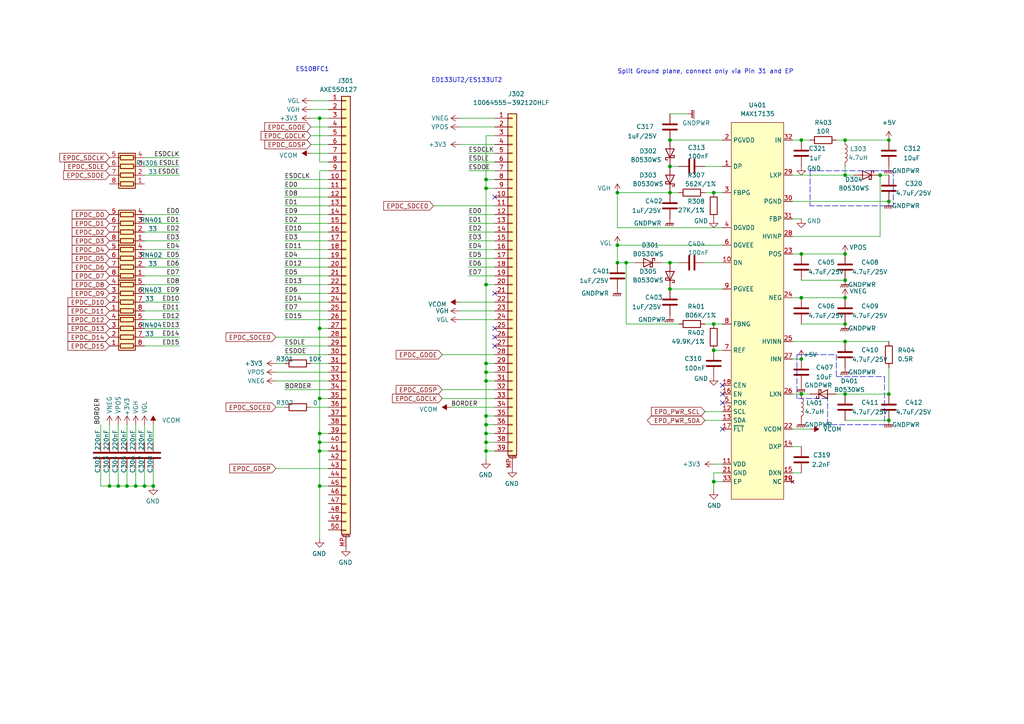
<source format=kicad_sch>
(kicad_sch (version 20210621) (generator eeschema)
  (paper "A4")
  (lib_symbols
    (symbol "Connector_Generic_MountingPin:Conn_01x39_MountingPin" (pin_names (offset 1.016) hide)
      (property "Reference" "J" (at 0 50.8 0))
      (property "Value" "Conn_01x39_MountingPin" (at 1.27 -50.8 0))
      (symbol "Conn_01x39_MountingPin_1_1"
        (text "Mounting" (at 0 -49.911 0) (effects (font (size 0.381 0.381))))
        (pin passive line (at -5.08 48.26 0) (length 3.81) (name "Pin_1") (number "1"))
        (pin passive line (at -5.08 25.4 0) (length 3.81) (name "Pin_10") (number "10"))
        (pin passive line (at -5.08 22.86 0) (length 3.81) (name "Pin_11") (number "11"))
        (pin passive line (at -5.08 20.32 0) (length 3.81) (name "Pin_12") (number "12"))
        (pin passive line (at -5.08 17.78 0) (length 3.81) (name "Pin_13") (number "13"))
        (pin passive line (at -5.08 15.24 0) (length 3.81) (name "Pin_14") (number "14"))
        (pin passive line (at -5.08 12.7 0) (length 3.81) (name "Pin_15") (number "15"))
        (pin passive line (at -5.08 10.16 0) (length 3.81) (name "Pin_16") (number "16"))
        (pin passive line (at -5.08 7.62 0) (length 3.81) (name "Pin_17") (number "17"))
        (pin passive line (at -5.08 5.08 0) (length 3.81) (name "Pin_18") (number "18"))
        (pin passive line (at -5.08 2.54 0) (length 3.81) (name "Pin_19") (number "19"))
        (pin passive line (at -5.08 45.72 0) (length 3.81) (name "Pin_2") (number "2"))
        (pin passive line (at -5.08 0 0) (length 3.81) (name "Pin_20") (number "20"))
        (pin passive line (at -5.08 -2.54 0) (length 3.81) (name "Pin_21") (number "21"))
        (pin passive line (at -5.08 -5.08 0) (length 3.81) (name "Pin_22") (number "22"))
        (pin passive line (at -5.08 -7.62 0) (length 3.81) (name "Pin_23") (number "23"))
        (pin passive line (at -5.08 -10.16 0) (length 3.81) (name "Pin_24") (number "24"))
        (pin passive line (at -5.08 -12.7 0) (length 3.81) (name "Pin_25") (number "25"))
        (pin passive line (at -5.08 -15.24 0) (length 3.81) (name "Pin_26") (number "26"))
        (pin passive line (at -5.08 -17.78 0) (length 3.81) (name "Pin_27") (number "27"))
        (pin passive line (at -5.08 -20.32 0) (length 3.81) (name "Pin_28") (number "28"))
        (pin passive line (at -5.08 -22.86 0) (length 3.81) (name "Pin_29") (number "29"))
        (pin passive line (at -5.08 43.18 0) (length 3.81) (name "Pin_3") (number "3"))
        (pin passive line (at -5.08 -25.4 0) (length 3.81) (name "Pin_30") (number "30"))
        (pin passive line (at -5.08 -27.94 0) (length 3.81) (name "Pin_31") (number "31"))
        (pin passive line (at -5.08 -30.48 0) (length 3.81) (name "Pin_32") (number "32"))
        (pin passive line (at -5.08 -33.02 0) (length 3.81) (name "Pin_33") (number "33"))
        (pin passive line (at -5.08 -35.56 0) (length 3.81) (name "Pin_34") (number "34"))
        (pin passive line (at -5.08 -38.1 0) (length 3.81) (name "Pin_35") (number "35"))
        (pin passive line (at -5.08 -40.64 0) (length 3.81) (name "Pin_36") (number "36"))
        (pin passive line (at -5.08 -43.18 0) (length 3.81) (name "Pin_37") (number "37"))
        (pin passive line (at -5.08 -45.72 0) (length 3.81) (name "Pin_38") (number "38"))
        (pin passive line (at -5.08 -48.26 0) (length 3.81) (name "Pin_39") (number "39"))
        (pin passive line (at -5.08 40.64 0) (length 3.81) (name "Pin_4") (number "4"))
        (pin passive line (at -5.08 38.1 0) (length 3.81) (name "Pin_5") (number "5"))
        (pin passive line (at -5.08 35.56 0) (length 3.81) (name "Pin_6") (number "6"))
        (pin passive line (at -5.08 33.02 0) (length 3.81) (name "Pin_7") (number "7"))
        (pin passive line (at -5.08 30.48 0) (length 3.81) (name "Pin_8") (number "8"))
        (pin passive line (at -5.08 27.94 0) (length 3.81) (name "Pin_9") (number "9"))
        (pin passive line (at 0 -53.34 90) (length 3.048) (name "MountPin") (number "MP"))
      )
    )
    (symbol "Device:C" (pin_numbers hide) (pin_names (offset 0.254))
      (property "Reference" "C" (at 0.635 2.54 0))
      (property "Value" "C" (at 0.635 -2.54 0))
      (symbol "C_1_1"
        (pin passive line (at 0 3.81 270) (length 2.794) (name "~") (number "1"))
        (pin passive line (at 0 -3.81 90) (length 2.794) (name "~") (number "2"))
      )
    )
    (symbol "Device:D_Schottky" (pin_numbers hide) (pin_names (offset 1.016) hide)
      (property "Reference" "D" (at 0 2.54 0))
      (property "Value" "D_Schottky" (at 0 -2.54 0))
      (symbol "D_Schottky_1_1"
        (pin passive line (at -3.81 0 0) (length 2.54) (name "K") (number "1"))
        (pin passive line (at 3.81 0 180) (length 2.54) (name "A") (number "2"))
      )
    )
    (symbol "Device:L" (pin_numbers hide) (pin_names (offset 1.016) hide)
      (property "Reference" "L" (at -1.27 0 90))
      (property "Value" "L" (at 1.905 0 90))
      (symbol "L_1_1"
        (pin passive line (at 0 3.81 270) (length 1.27) (name "1") (number "1"))
        (pin passive line (at 0 -3.81 90) (length 1.27) (name "2") (number "2"))
      )
    )
    (symbol "Device:R" (pin_numbers hide) (pin_names (offset 0))
      (property "Reference" "R" (at 2.032 0 90))
      (property "Value" "R" (at 0 0 90))
      (symbol "R_1_1"
        (pin passive line (at 0 3.81 270) (length 1.27) (name "~") (number "1"))
        (pin passive line (at 0 -3.81 90) (length 1.27) (name "~") (number "2"))
      )
    )
    (symbol "Device:R_Pack04" (pin_names (offset 0) hide)
      (property "Reference" "RN" (at -7.62 0 90))
      (property "Value" "R_Pack04" (at 5.08 0 90))
      (symbol "R_Pack04_1_1"
        (pin passive line (at -5.08 -5.08 90) (length 2.54) (name "R1.1") (number "1"))
        (pin passive line (at -2.54 -5.08 90) (length 2.54) (name "R2.1") (number "2"))
        (pin passive line (at 0 -5.08 90) (length 2.54) (name "R3.1") (number "3"))
        (pin passive line (at 2.54 -5.08 90) (length 2.54) (name "R4.1") (number "4"))
        (pin passive line (at 2.54 5.08 270) (length 2.54) (name "R4.2") (number "5"))
        (pin passive line (at 0 5.08 270) (length 2.54) (name "R3.2") (number "6"))
        (pin passive line (at -2.54 5.08 270) (length 2.54) (name "R2.2") (number "7"))
        (pin passive line (at -5.08 5.08 270) (length 2.54) (name "R1.2") (number "8"))
      )
    )
    (symbol "power:+3V3" (power) (pin_names (offset 0))
      (property "Value" "+3V3" (at 0 3.556 0))
      (symbol "+3V3_1_1"
        (pin power_in line (at 0 0 90) (length 0) hide (name "+3V3") (number "1"))
      )
    )
    (symbol "power:+5V" (power) (pin_names (offset 0))
      (property "Value" "+5V" (at 0 3.556 0))
      (symbol "+5V_1_1"
        (pin power_in line (at 0 0 90) (length 0) hide (name "+5V") (number "1"))
      )
    )
    (symbol "power:GND" (power) (pin_names (offset 0))
      (property "Value" "GND" (at 0 -3.81 0))
      (symbol "GND_1_1"
        (pin power_in line (at 0 0 270) (length 0) hide (name "GND") (number "1"))
      )
    )
    (symbol "power:GNDPWR" (power) (pin_names (offset 0))
      (property "Value" "GNDPWR" (at 0 -3.302 0))
      (symbol "GNDPWR_1_1"
        (pin power_in line (at 0 0 270) (length 0) hide (name "GNDPWR") (number "1"))
      )
    )
    (symbol "power:VCOM" (power) (pin_names (offset 0))
      (property "Value" "VCOM" (at 0 3.81 0))
      (symbol "VCOM_1_1"
        (pin power_in line (at 0 0 90) (length 0) hide (name "VCOM") (number "1"))
      )
    )
    (symbol "symbols:Conn_01x50_MountingPin" (pin_names (offset 1.016) hide)
      (property "Reference" "J" (at 0 63.5 0))
      (property "Value" "Conn_01x50_MountingPin" (at 1.27 -66.04 0))
      (symbol "Conn_01x50_MountingPin_1_1"
        (text "Mounting" (at 0 -65.151 0) (effects (font (size 0.381 0.381))))
        (pin passive line (at -5.08 60.96 0) (length 3.81) (name "Pin_1") (number "1"))
        (pin passive line (at -5.08 38.1 0) (length 3.81) (name "Pin_10") (number "10"))
        (pin passive line (at -5.08 35.56 0) (length 3.81) (name "Pin_11") (number "11"))
        (pin passive line (at -5.08 33.02 0) (length 3.81) (name "Pin_12") (number "12"))
        (pin passive line (at -5.08 30.48 0) (length 3.81) (name "Pin_13") (number "13"))
        (pin passive line (at -5.08 27.94 0) (length 3.81) (name "Pin_14") (number "14"))
        (pin passive line (at -5.08 25.4 0) (length 3.81) (name "Pin_15") (number "15"))
        (pin passive line (at -5.08 22.86 0) (length 3.81) (name "Pin_16") (number "16"))
        (pin passive line (at -5.08 20.32 0) (length 3.81) (name "Pin_17") (number "17"))
        (pin passive line (at -5.08 17.78 0) (length 3.81) (name "Pin_18") (number "18"))
        (pin passive line (at -5.08 15.24 0) (length 3.81) (name "Pin_19") (number "19"))
        (pin passive line (at -5.08 58.42 0) (length 3.81) (name "Pin_2") (number "2"))
        (pin passive line (at -5.08 12.7 0) (length 3.81) (name "Pin_20") (number "20"))
        (pin passive line (at -5.08 10.16 0) (length 3.81) (name "Pin_21") (number "21"))
        (pin passive line (at -5.08 7.62 0) (length 3.81) (name "Pin_22") (number "22"))
        (pin passive line (at -5.08 5.08 0) (length 3.81) (name "Pin_23") (number "23"))
        (pin passive line (at -5.08 2.54 0) (length 3.81) (name "Pin_24") (number "24"))
        (pin passive line (at -5.08 0 0) (length 3.81) (name "Pin_25") (number "25"))
        (pin passive line (at -5.08 -2.54 0) (length 3.81) (name "Pin_26") (number "26"))
        (pin passive line (at -5.08 -5.08 0) (length 3.81) (name "Pin_27") (number "27"))
        (pin passive line (at -5.08 -7.62 0) (length 3.81) (name "Pin_28") (number "28"))
        (pin passive line (at -5.08 -10.16 0) (length 3.81) (name "Pin_29") (number "29"))
        (pin passive line (at -5.08 55.88 0) (length 3.81) (name "Pin_3") (number "3"))
        (pin passive line (at -5.08 -12.7 0) (length 3.81) (name "Pin_30") (number "30"))
        (pin passive line (at -5.08 -15.24 0) (length 3.81) (name "Pin_31") (number "31"))
        (pin passive line (at -5.08 -17.78 0) (length 3.81) (name "Pin_32") (number "32"))
        (pin passive line (at -5.08 -20.32 0) (length 3.81) (name "Pin_33") (number "33"))
        (pin passive line (at -5.08 -22.86 0) (length 3.81) (name "Pin_34") (number "34"))
        (pin passive line (at -5.08 -25.4 0) (length 3.81) (name "Pin_35") (number "35"))
        (pin passive line (at -5.08 -27.94 0) (length 3.81) (name "Pin_36") (number "36"))
        (pin passive line (at -5.08 -30.48 0) (length 3.81) (name "Pin_37") (number "37"))
        (pin passive line (at -5.08 -33.02 0) (length 3.81) (name "Pin_38") (number "38"))
        (pin passive line (at -5.08 -35.56 0) (length 3.81) (name "Pin_39") (number "39"))
        (pin passive line (at -5.08 53.34 0) (length 3.81) (name "Pin_4") (number "4"))
        (pin passive line (at -5.08 -38.1 0) (length 3.81) (name "Pin_40") (number "40"))
        (pin passive line (at -5.08 -40.64 0) (length 3.81) (name "Pin_41") (number "41"))
        (pin passive line (at -5.08 -43.18 0) (length 3.81) (name "Pin_42") (number "42"))
        (pin passive line (at -5.08 -45.72 0) (length 3.81) (name "Pin_43") (number "43"))
        (pin passive line (at -5.08 -48.26 0) (length 3.81) (name "Pin_44") (number "44"))
        (pin passive line (at -5.08 -50.8 0) (length 3.81) (name "Pin_45") (number "45"))
        (pin passive line (at -5.08 -53.34 0) (length 3.81) (name "Pin_46") (number "46"))
        (pin passive line (at -5.08 -55.88 0) (length 3.81) (name "Pin_47") (number "47"))
        (pin passive line (at -5.08 -58.42 0) (length 3.81) (name "Pin_48") (number "48"))
        (pin passive line (at -5.08 -60.96 0) (length 3.81) (name "Pin_49") (number "49"))
        (pin passive line (at -5.08 50.8 0) (length 3.81) (name "Pin_5") (number "5"))
        (pin passive line (at -5.08 -63.5 0) (length 3.81) (name "Pin_50") (number "50"))
        (pin passive line (at -5.08 48.26 0) (length 3.81) (name "Pin_6") (number "6"))
        (pin passive line (at -5.08 45.72 0) (length 3.81) (name "Pin_7") (number "7"))
        (pin passive line (at -5.08 43.18 0) (length 3.81) (name "Pin_8") (number "8"))
        (pin passive line (at -5.08 40.64 0) (length 3.81) (name "Pin_9") (number "9"))
        (pin passive line (at 0 -68.58 90) (length 3.048) (name "MountPin") (number "MP"))
      )
    )
    (symbol "symbols:MAX17135"
      (property "Reference" "U" (at 0 0 0))
      (property "Value" "MAX17135" (at 0 -2.54 0))
      (symbol "MAX17135_1_1"
        (pin input line (at -10.16 -17.78 0) (length 2.54) (name "DP") (number "1"))
        (pin input line (at -10.16 -45.72 0) (length 2.54) (name "DN") (number "10"))
        (pin input line (at -10.16 -104.14 0) (length 2.54) (name "VDD") (number "11"))
        (pin input line (at -10.16 -88.9 0) (length 2.54) (name "SCL") (number "12"))
        (pin input line (at -10.16 -91.44 0) (length 2.54) (name "SDA") (number "13"))
        (pin input line (at 10.16 -99.06 180) (length 2.54) (name "DXP") (number "14"))
        (pin input line (at 10.16 -106.68 180) (length 2.54) (name "DXN") (number "15"))
        (pin input line (at -10.16 -83.82 0) (length 2.54) (name "EN") (number "16"))
        (pin input line (at -10.16 -93.98 0) (length 2.54) (name "~{FLT}") (number "17"))
        (pin input line (at -10.16 -81.28 0) (length 2.54) (name "CEN") (number "18"))
        (pin no_connect line (at 10.16 -109.22 180) (length 2.54) (name "NC") (number "19"))
        (pin input line (at -10.16 -10.16 0) (length 2.54) (name "PGVDD") (number "2"))
        (pin no_connect line (at 10.16 -109.22 180) (length 2.54) (name "NC") (number "20"))
        (pin input line (at -10.16 -106.68 0) (length 2.54) (name "GND") (number "21"))
        (pin input line (at 10.16 -93.98 180) (length 2.54) (name "VCOM") (number "22"))
        (pin input line (at 10.16 -43.18 180) (length 2.54) (name "POS") (number "23"))
        (pin input line (at 10.16 -55.88 180) (length 2.54) (name "NEG") (number "24"))
        (pin input line (at 10.16 -68.58 180) (length 2.54) (name "HVINN") (number "25"))
        (pin input line (at 10.16 -83.82 180) (length 2.54) (name "LXN") (number "26"))
        (pin input line (at 10.16 -73.66 180) (length 2.54) (name "INN") (number "27"))
        (pin input line (at 10.16 -38.1 180) (length 2.54) (name "HVINP") (number "28"))
        (pin input line (at 10.16 -20.32 180) (length 2.54) (name "LXP") (number "29"))
        (pin input line (at -10.16 -25.4 0) (length 2.54) (name "FBPG") (number "3"))
        (pin input line (at 10.16 -27.94 180) (length 2.54) (name "PGND") (number "30"))
        (pin input line (at 10.16 -33.02 180) (length 2.54) (name "FBP") (number "31"))
        (pin input line (at 10.16 -10.16 180) (length 2.54) (name "IN") (number "32"))
        (pin input line (at -10.16 -109.22 0) (length 2.54) (name "EP") (number "33"))
        (pin input line (at -10.16 -35.56 0) (length 2.54) (name "DGVDD") (number "4"))
        (pin input line (at -10.16 -86.36 0) (length 2.54) (name "POK") (number "5"))
        (pin input line (at -10.16 -40.64 0) (length 2.54) (name "DGVEE") (number "6"))
        (pin input line (at -10.16 -71.12 0) (length 2.54) (name "REF") (number "7"))
        (pin input line (at -10.16 -63.5 0) (length 2.54) (name "FBNG") (number "8"))
        (pin input line (at -10.16 -53.34 0) (length 2.54) (name "PGVEE") (number "9"))
      )
    )
    (symbol "symbols:VGH" (power) (pin_names (offset 0))
      (property "Value" "VGH" (at 0 3.556 0))
      (symbol "VGH_1_1"
        (pin power_in line (at 0 0 90) (length 0) hide (name "VGH") (number "1"))
      )
    )
    (symbol "symbols:VGL" (power) (pin_names (offset 0))
      (property "Value" "VGL" (at 0 3.556 0))
      (symbol "VGL_1_1"
        (pin power_in line (at 0 0 90) (length 0) hide (name "VGL") (number "1"))
      )
    )
    (symbol "symbols:VNEG" (power) (pin_names (offset 0))
      (property "Value" "VNEG" (at 0 3.556 0))
      (symbol "VNEG_1_1"
        (pin power_in line (at 0 0 90) (length 0) hide (name "VNEG") (number "1"))
      )
    )
    (symbol "symbols:VPOS" (power) (pin_names (offset 0))
      (property "Value" "VPOS" (at 0 3.556 0))
      (symbol "VPOS_1_1"
        (pin power_in line (at 0 0 90) (length 0) hide (name "VPOS") (number "1"))
      )
    )
  )
  (junction (at 31.75 140.97) (diameter 0.9144))
  (junction (at 34.29 140.97) (diameter 0.9144))
  (junction (at 36.83 140.97) (diameter 0.9144))
  (junction (at 39.37 140.97) (diameter 0.9144))
  (junction (at 41.91 140.97) (diameter 0.9144))
  (junction (at 44.45 140.97) (diameter 0.9144))
  (junction (at 92.71 34.29))
  (junction (at 92.71 95.25))
  (junction (at 92.71 115.57))
  (junction (at 92.71 125.73))
  (junction (at 92.71 128.27))
  (junction (at 92.71 130.81))
  (junction (at 92.71 140.97))
  (junction (at 140.97 52.07))
  (junction (at 140.97 54.61))
  (junction (at 140.97 82.55))
  (junction (at 140.97 105.41))
  (junction (at 140.97 107.95))
  (junction (at 140.97 110.49))
  (junction (at 140.97 120.65))
  (junction (at 140.97 123.19))
  (junction (at 140.97 125.73))
  (junction (at 140.97 128.27))
  (junction (at 140.97 130.81))
  (junction (at 179.07 55.88))
  (junction (at 179.07 71.12))
  (junction (at 179.07 76.2))
  (junction (at 181.61 76.2))
  (junction (at 194.31 40.64))
  (junction (at 194.31 48.26))
  (junction (at 194.31 55.88))
  (junction (at 194.31 76.2))
  (junction (at 194.31 83.82))
  (junction (at 207.01 55.88))
  (junction (at 207.01 93.98))
  (junction (at 207.01 101.6))
  (junction (at 207.01 139.7))
  (junction (at 232.41 40.64))
  (junction (at 232.41 73.66))
  (junction (at 232.41 86.36))
  (junction (at 232.41 104.14))
  (junction (at 232.41 114.3))
  (junction (at 245.11 40.64))
  (junction (at 245.11 50.8))
  (junction (at 245.11 73.66))
  (junction (at 245.11 81.28))
  (junction (at 245.11 86.36))
  (junction (at 245.11 93.98))
  (junction (at 245.11 99.06))
  (junction (at 245.11 114.3))
  (junction (at 255.27 50.8))
  (junction (at 257.81 40.64))
  (junction (at 257.81 58.42))
  (junction (at 257.81 114.3))
  (junction (at 257.81 121.92))
  (no_connect (at 143.51 57.15))
  (no_connect (at 143.51 85.09))
  (no_connect (at 143.51 95.25))
  (no_connect (at 143.51 97.79))
  (no_connect (at 143.51 100.33))
  (no_connect (at 209.55 111.76))
  (no_connect (at 209.55 114.3))
  (no_connect (at 209.55 116.84))
  (no_connect (at 209.55 124.46))
  (wire (pts (xy 29.21 123.19) (xy 29.21 128.27)))
  (wire (pts (xy 29.21 135.89) (xy 29.21 140.97)))
  (wire (pts (xy 29.21 140.97) (xy 31.75 140.97)))
  (wire (pts (xy 31.75 123.19) (xy 31.75 128.27)))
  (wire (pts (xy 31.75 135.89) (xy 31.75 140.97)))
  (wire (pts (xy 31.75 140.97) (xy 34.29 140.97)))
  (wire (pts (xy 34.29 123.19) (xy 34.29 128.27)))
  (wire (pts (xy 34.29 135.89) (xy 34.29 140.97)))
  (wire (pts (xy 34.29 140.97) (xy 36.83 140.97)))
  (wire (pts (xy 36.83 123.19) (xy 36.83 128.27)))
  (wire (pts (xy 36.83 135.89) (xy 36.83 140.97)))
  (wire (pts (xy 36.83 140.97) (xy 39.37 140.97)))
  (wire (pts (xy 39.37 123.19) (xy 39.37 128.27)))
  (wire (pts (xy 39.37 135.89) (xy 39.37 140.97)))
  (wire (pts (xy 39.37 140.97) (xy 41.91 140.97)))
  (wire (pts (xy 41.91 45.72) (xy 52.07 45.72)))
  (wire (pts (xy 41.91 48.26) (xy 52.07 48.26)))
  (wire (pts (xy 41.91 50.8) (xy 52.07 50.8)))
  (wire (pts (xy 41.91 62.23) (xy 52.07 62.23)))
  (wire (pts (xy 41.91 64.77) (xy 52.07 64.77)))
  (wire (pts (xy 41.91 67.31) (xy 52.07 67.31)))
  (wire (pts (xy 41.91 69.85) (xy 52.07 69.85)))
  (wire (pts (xy 41.91 72.39) (xy 52.07 72.39)))
  (wire (pts (xy 41.91 74.93) (xy 52.07 74.93)))
  (wire (pts (xy 41.91 77.47) (xy 52.07 77.47)))
  (wire (pts (xy 41.91 80.01) (xy 52.07 80.01)))
  (wire (pts (xy 41.91 82.55) (xy 52.07 82.55)))
  (wire (pts (xy 41.91 85.09) (xy 52.07 85.09)))
  (wire (pts (xy 41.91 87.63) (xy 52.07 87.63)))
  (wire (pts (xy 41.91 90.17) (xy 52.07 90.17)))
  (wire (pts (xy 41.91 92.71) (xy 52.07 92.71)))
  (wire (pts (xy 41.91 95.25) (xy 52.07 95.25)))
  (wire (pts (xy 41.91 97.79) (xy 52.07 97.79)))
  (wire (pts (xy 41.91 100.33) (xy 52.07 100.33)))
  (wire (pts (xy 41.91 123.19) (xy 41.91 128.27)))
  (wire (pts (xy 41.91 135.89) (xy 41.91 140.97)))
  (wire (pts (xy 41.91 140.97) (xy 44.45 140.97)))
  (wire (pts (xy 44.45 123.19) (xy 44.45 128.27)))
  (wire (pts (xy 44.45 135.89) (xy 44.45 140.97)))
  (wire (pts (xy 80.01 97.79) (xy 95.25 97.79)))
  (wire (pts (xy 80.01 105.41) (xy 82.55 105.41)))
  (wire (pts (xy 80.01 107.95) (xy 95.25 107.95)))
  (wire (pts (xy 80.01 110.49) (xy 95.25 110.49)))
  (wire (pts (xy 80.01 118.11) (xy 82.55 118.11)))
  (wire (pts (xy 80.01 135.89) (xy 95.25 135.89)))
  (wire (pts (xy 82.55 52.07) (xy 95.25 52.07)))
  (wire (pts (xy 82.55 54.61) (xy 95.25 54.61)))
  (wire (pts (xy 82.55 57.15) (xy 95.25 57.15)))
  (wire (pts (xy 82.55 59.69) (xy 95.25 59.69)))
  (wire (pts (xy 82.55 62.23) (xy 95.25 62.23)))
  (wire (pts (xy 82.55 64.77) (xy 95.25 64.77)))
  (wire (pts (xy 82.55 67.31) (xy 95.25 67.31)))
  (wire (pts (xy 82.55 69.85) (xy 95.25 69.85)))
  (wire (pts (xy 82.55 72.39) (xy 95.25 72.39)))
  (wire (pts (xy 82.55 74.93) (xy 95.25 74.93)))
  (wire (pts (xy 82.55 77.47) (xy 95.25 77.47)))
  (wire (pts (xy 82.55 80.01) (xy 95.25 80.01)))
  (wire (pts (xy 82.55 82.55) (xy 95.25 82.55)))
  (wire (pts (xy 82.55 85.09) (xy 95.25 85.09)))
  (wire (pts (xy 82.55 87.63) (xy 95.25 87.63)))
  (wire (pts (xy 82.55 90.17) (xy 95.25 90.17)))
  (wire (pts (xy 82.55 92.71) (xy 95.25 92.71)))
  (wire (pts (xy 82.55 100.33) (xy 95.25 100.33)))
  (wire (pts (xy 82.55 102.87) (xy 95.25 102.87)))
  (wire (pts (xy 82.55 113.03) (xy 95.25 113.03)))
  (wire (pts (xy 90.17 29.21) (xy 95.25 29.21)))
  (wire (pts (xy 90.17 31.75) (xy 95.25 31.75)))
  (wire (pts (xy 90.17 34.29) (xy 92.71 34.29)))
  (wire (pts (xy 90.17 36.83) (xy 95.25 36.83)))
  (wire (pts (xy 90.17 39.37) (xy 95.25 39.37)))
  (wire (pts (xy 90.17 41.91) (xy 95.25 41.91)))
  (wire (pts (xy 90.17 44.45) (xy 95.25 44.45)))
  (wire (pts (xy 90.17 105.41) (xy 95.25 105.41)))
  (wire (pts (xy 90.17 118.11) (xy 95.25 118.11)))
  (wire (pts (xy 92.71 34.29) (xy 95.25 34.29)))
  (wire (pts (xy 92.71 46.99) (xy 92.71 34.29)))
  (wire (pts (xy 92.71 49.53) (xy 92.71 95.25)))
  (wire (pts (xy 92.71 95.25) (xy 92.71 115.57)))
  (wire (pts (xy 92.71 95.25) (xy 95.25 95.25)))
  (wire (pts (xy 92.71 115.57) (xy 92.71 125.73)))
  (wire (pts (xy 92.71 115.57) (xy 95.25 115.57)))
  (wire (pts (xy 92.71 125.73) (xy 92.71 128.27)))
  (wire (pts (xy 92.71 125.73) (xy 95.25 125.73)))
  (wire (pts (xy 92.71 128.27) (xy 92.71 130.81)))
  (wire (pts (xy 92.71 128.27) (xy 95.25 128.27)))
  (wire (pts (xy 92.71 130.81) (xy 92.71 140.97)))
  (wire (pts (xy 92.71 140.97) (xy 92.71 156.21)))
  (wire (pts (xy 92.71 140.97) (xy 95.25 140.97)))
  (wire (pts (xy 95.25 46.99) (xy 92.71 46.99)))
  (wire (pts (xy 95.25 49.53) (xy 92.71 49.53)))
  (wire (pts (xy 95.25 130.81) (xy 92.71 130.81)))
  (wire (pts (xy 125.73 59.69) (xy 143.51 59.69)))
  (wire (pts (xy 128.27 102.87) (xy 143.51 102.87)))
  (wire (pts (xy 128.27 113.03) (xy 143.51 113.03)))
  (wire (pts (xy 128.27 115.57) (xy 143.51 115.57)))
  (wire (pts (xy 130.81 118.11) (xy 143.51 118.11)))
  (wire (pts (xy 133.35 34.29) (xy 143.51 34.29)))
  (wire (pts (xy 133.35 36.83) (xy 143.51 36.83)))
  (wire (pts (xy 133.35 41.91) (xy 143.51 41.91)))
  (wire (pts (xy 133.35 87.63) (xy 143.51 87.63)))
  (wire (pts (xy 133.35 90.17) (xy 143.51 90.17)))
  (wire (pts (xy 133.35 92.71) (xy 143.51 92.71)))
  (wire (pts (xy 135.89 44.45) (xy 143.51 44.45)))
  (wire (pts (xy 135.89 46.99) (xy 143.51 46.99)))
  (wire (pts (xy 135.89 49.53) (xy 143.51 49.53)))
  (wire (pts (xy 135.89 62.23) (xy 143.51 62.23)))
  (wire (pts (xy 135.89 64.77) (xy 143.51 64.77)))
  (wire (pts (xy 135.89 67.31) (xy 143.51 67.31)))
  (wire (pts (xy 135.89 69.85) (xy 143.51 69.85)))
  (wire (pts (xy 135.89 72.39) (xy 143.51 72.39)))
  (wire (pts (xy 135.89 74.93) (xy 143.51 74.93)))
  (wire (pts (xy 135.89 77.47) (xy 143.51 77.47)))
  (wire (pts (xy 135.89 80.01) (xy 143.51 80.01)))
  (wire (pts (xy 140.97 39.37) (xy 140.97 52.07)))
  (wire (pts (xy 140.97 52.07) (xy 140.97 54.61)))
  (wire (pts (xy 140.97 52.07) (xy 143.51 52.07)))
  (wire (pts (xy 140.97 54.61) (xy 140.97 82.55)))
  (wire (pts (xy 140.97 54.61) (xy 143.51 54.61)))
  (wire (pts (xy 140.97 82.55) (xy 140.97 105.41)))
  (wire (pts (xy 140.97 82.55) (xy 143.51 82.55)))
  (wire (pts (xy 140.97 105.41) (xy 140.97 107.95)))
  (wire (pts (xy 140.97 105.41) (xy 143.51 105.41)))
  (wire (pts (xy 140.97 107.95) (xy 140.97 110.49)))
  (wire (pts (xy 140.97 107.95) (xy 143.51 107.95)))
  (wire (pts (xy 140.97 110.49) (xy 140.97 120.65)))
  (wire (pts (xy 140.97 110.49) (xy 143.51 110.49)))
  (wire (pts (xy 140.97 120.65) (xy 140.97 123.19)))
  (wire (pts (xy 140.97 120.65) (xy 143.51 120.65)))
  (wire (pts (xy 140.97 123.19) (xy 140.97 125.73)))
  (wire (pts (xy 140.97 123.19) (xy 143.51 123.19)))
  (wire (pts (xy 140.97 125.73) (xy 140.97 128.27)))
  (wire (pts (xy 140.97 125.73) (xy 143.51 125.73)))
  (wire (pts (xy 140.97 128.27) (xy 140.97 130.81)))
  (wire (pts (xy 140.97 128.27) (xy 143.51 128.27)))
  (wire (pts (xy 140.97 130.81) (xy 140.97 133.35)))
  (wire (pts (xy 140.97 130.81) (xy 143.51 130.81)))
  (wire (pts (xy 143.51 39.37) (xy 140.97 39.37)))
  (wire (pts (xy 179.07 55.88) (xy 194.31 55.88)))
  (wire (pts (xy 179.07 66.04) (xy 179.07 55.88)))
  (wire (pts (xy 179.07 71.12) (xy 209.55 71.12)))
  (wire (pts (xy 179.07 76.2) (xy 179.07 71.12)))
  (wire (pts (xy 181.61 76.2) (xy 179.07 76.2)))
  (wire (pts (xy 181.61 93.98) (xy 181.61 76.2)))
  (wire (pts (xy 184.15 76.2) (xy 181.61 76.2)))
  (wire (pts (xy 191.77 76.2) (xy 194.31 76.2)))
  (wire (pts (xy 194.31 33.02) (xy 199.39 33.02)))
  (wire (pts (xy 194.31 40.64) (xy 209.55 40.64)))
  (wire (pts (xy 194.31 48.26) (xy 196.85 48.26)))
  (wire (pts (xy 194.31 55.88) (xy 196.85 55.88)))
  (wire (pts (xy 194.31 76.2) (xy 196.85 76.2)))
  (wire (pts (xy 194.31 83.82) (xy 209.55 83.82)))
  (wire (pts (xy 196.85 93.98) (xy 181.61 93.98)))
  (wire (pts (xy 204.47 48.26) (xy 209.55 48.26)))
  (wire (pts (xy 204.47 55.88) (xy 207.01 55.88)))
  (wire (pts (xy 204.47 76.2) (xy 209.55 76.2)))
  (wire (pts (xy 204.47 93.98) (xy 207.01 93.98)))
  (wire (pts (xy 204.47 119.38) (xy 209.55 119.38)))
  (wire (pts (xy 204.47 121.92) (xy 209.55 121.92)))
  (wire (pts (xy 207.01 55.88) (xy 209.55 55.88)))
  (wire (pts (xy 207.01 93.98) (xy 209.55 93.98)))
  (wire (pts (xy 207.01 101.6) (xy 209.55 101.6)))
  (wire (pts (xy 207.01 134.62) (xy 209.55 134.62)))
  (wire (pts (xy 207.01 137.16) (xy 207.01 139.7)))
  (wire (pts (xy 207.01 139.7) (xy 207.01 142.24)))
  (wire (pts (xy 207.01 139.7) (xy 209.55 139.7)))
  (wire (pts (xy 209.55 66.04) (xy 179.07 66.04)))
  (wire (pts (xy 209.55 137.16) (xy 207.01 137.16)))
  (wire (pts (xy 229.87 40.64) (xy 232.41 40.64)))
  (wire (pts (xy 229.87 50.8) (xy 245.11 50.8)))
  (wire (pts (xy 229.87 58.42) (xy 257.81 58.42)))
  (wire (pts (xy 229.87 63.5) (xy 232.41 63.5)))
  (wire (pts (xy 229.87 73.66) (xy 232.41 73.66)))
  (wire (pts (xy 229.87 86.36) (xy 232.41 86.36)))
  (wire (pts (xy 229.87 99.06) (xy 245.11 99.06)))
  (wire (pts (xy 229.87 104.14) (xy 232.41 104.14)))
  (wire (pts (xy 229.87 114.3) (xy 232.41 114.3)))
  (wire (pts (xy 229.87 124.46) (xy 234.95 124.46)))
  (wire (pts (xy 229.87 129.54) (xy 232.41 129.54)))
  (wire (pts (xy 229.87 137.16) (xy 232.41 137.16)))
  (wire (pts (xy 232.41 40.64) (xy 234.95 40.64)))
  (wire (pts (xy 232.41 73.66) (xy 245.11 73.66)))
  (wire (pts (xy 232.41 81.28) (xy 245.11 81.28)))
  (wire (pts (xy 232.41 86.36) (xy 245.11 86.36)))
  (wire (pts (xy 232.41 93.98) (xy 245.11 93.98)))
  (wire (pts (xy 232.41 114.3) (xy 234.95 114.3)))
  (wire (pts (xy 242.57 40.64) (xy 245.11 40.64)))
  (wire (pts (xy 242.57 114.3) (xy 245.11 114.3)))
  (wire (pts (xy 245.11 40.64) (xy 257.81 40.64)))
  (wire (pts (xy 245.11 50.8) (xy 245.11 48.26)))
  (wire (pts (xy 245.11 50.8) (xy 247.65 50.8)))
  (wire (pts (xy 245.11 99.06) (xy 257.81 99.06)))
  (wire (pts (xy 245.11 114.3) (xy 257.81 114.3)))
  (wire (pts (xy 245.11 121.92) (xy 257.81 121.92)))
  (wire (pts (xy 255.27 50.8) (xy 255.27 68.58)))
  (wire (pts (xy 255.27 50.8) (xy 257.81 50.8)))
  (wire (pts (xy 255.27 68.58) (xy 229.87 68.58)))
  (wire (pts (xy 257.81 106.68) (xy 257.81 114.3)))
  (polyline (pts (xy 231.14 102.87) (xy 231.14 115.57)))
  (polyline (pts (xy 231.14 102.87) (xy 242.57 102.87)))
  (polyline (pts (xy 234.95 49.53) (xy 234.95 59.69)))
  (polyline (pts (xy 234.95 49.53) (xy 259.08 49.53)))
  (polyline (pts (xy 240.03 115.57) (xy 231.14 115.57)))
  (polyline (pts (xy 240.03 123.19) (xy 240.03 115.57)))
  (polyline (pts (xy 242.57 102.87) (xy 242.57 109.22)))
  (polyline (pts (xy 242.57 109.22) (xy 256.54 109.22)))
  (polyline (pts (xy 256.54 109.22) (xy 256.54 123.19)))
  (polyline (pts (xy 256.54 123.19) (xy 240.03 123.19)))
  (polyline (pts (xy 259.08 49.53) (xy 259.08 59.69)))
  (polyline (pts (xy 259.08 59.69) (xy 234.95 59.69)))
  (text "ES108FC1" (at 85.725 20.955 0) (effects (font (size 1.27 1.27)) (justify left bottom)))
  (text "ED133UT2/ES133UT2" (at 125.095 24.13 0) (effects (font (size 1.27 1.27)) (justify left bottom)))
  (text "Split Ground plane, connect only via Pin 31 and EP" (at 179.07 21.59 0) (effects (font (size 1.27 1.27)) (justify left bottom)))
  (label "BORDER" (at 29.21 123.19 90))
  (label "ESDCLK" (at 52.07 45.72 180))
  (label "ESDLE" (at 52.07 48.26 180))
  (label "ESDOE" (at 52.07 50.8 180))
  (label "ED0" (at 52.07 62.23 180))
  (label "ED1" (at 52.07 64.77 180))
  (label "ED2" (at 52.07 67.31 180))
  (label "ED3" (at 52.07 69.85 180))
  (label "ED4" (at 52.07 72.39 180))
  (label "ED5" (at 52.07 74.93 180))
  (label "ED6" (at 52.07 77.47 180))
  (label "ED7" (at 52.07 80.01 180))
  (label "ED8" (at 52.07 82.55 180))
  (label "ED9" (at 52.07 85.09 180))
  (label "ED10" (at 52.07 87.63 180))
  (label "ED11" (at 52.07 90.17 180))
  (label "ED12" (at 52.07 92.71 180))
  (label "ED13" (at 52.07 95.25 180))
  (label "ED14" (at 52.07 97.79 180))
  (label "ED15" (at 52.07 100.33 180))
  (label "ESDCLK" (at 82.55 52.07 0))
  (label "ED0" (at 82.55 54.61 0))
  (label "ED8" (at 82.55 57.15 0))
  (label "ED1" (at 82.55 59.69 0))
  (label "ED9" (at 82.55 62.23 0))
  (label "ED2" (at 82.55 64.77 0))
  (label "ED10" (at 82.55 67.31 0))
  (label "ED3" (at 82.55 69.85 0))
  (label "ED11" (at 82.55 72.39 0))
  (label "ED4" (at 82.55 74.93 0))
  (label "ED12" (at 82.55 77.47 0))
  (label "ED5" (at 82.55 80.01 0))
  (label "ED13" (at 82.55 82.55 0))
  (label "ED6" (at 82.55 85.09 0))
  (label "ED14" (at 82.55 87.63 0))
  (label "ED7" (at 82.55 90.17 0))
  (label "ED15" (at 82.55 92.71 0))
  (label "ESDLE" (at 82.55 100.33 0))
  (label "ESDOE" (at 82.55 102.87 0))
  (label "BORDER" (at 82.55 113.03 0))
  (label "BORDER" (at 130.81 118.11 0))
  (label "ESDCLK" (at 135.89 44.45 0))
  (label "ESDLE" (at 135.89 46.99 0))
  (label "ESDOE" (at 135.89 49.53 0))
  (label "ED0" (at 135.89 62.23 0))
  (label "ED1" (at 135.89 64.77 0))
  (label "ED2" (at 135.89 67.31 0))
  (label "ED3" (at 135.89 69.85 0))
  (label "ED4" (at 135.89 72.39 0))
  (label "ED5" (at 135.89 74.93 0))
  (label "ED6" (at 135.89 77.47 0))
  (label "ED7" (at 135.89 80.01 0))
  (global_label "EPDC_SDCLK" (shape input) (at 31.75 45.72 180) (property "Intersheet References" "${INTERSHEET_REFS}" (effects hide)))
  (global_label "EPDC_SDLE" (shape input) (at 31.75 48.26 180) (property "Intersheet References" "${INTERSHEET_REFS}" (effects hide)))
  (global_label "EPDC_SDOE" (shape input) (at 31.75 50.8 180) (property "Intersheet References" "${INTERSHEET_REFS}" (effects hide)))
  (global_label "EPDC_D0" (shape input) (at 31.75 62.23 180) (property "Intersheet References" "${INTERSHEET_REFS}" (effects hide)))
  (global_label "EPDC_D1" (shape input) (at 31.75 64.77 180) (property "Intersheet References" "${INTERSHEET_REFS}" (effects hide)))
  (global_label "EPDC_D2" (shape input) (at 31.75 67.31 180) (property "Intersheet References" "${INTERSHEET_REFS}" (effects hide)))
  (global_label "EPDC_D3" (shape input) (at 31.75 69.85 180) (property "Intersheet References" "${INTERSHEET_REFS}" (effects hide)))
  (global_label "EPDC_D4" (shape input) (at 31.75 72.39 180) (property "Intersheet References" "${INTERSHEET_REFS}" (effects hide)))
  (global_label "EPDC_D5" (shape input) (at 31.75 74.93 180) (property "Intersheet References" "${INTERSHEET_REFS}" (effects hide)))
  (global_label "EPDC_D6" (shape input) (at 31.75 77.47 180) (property "Intersheet References" "${INTERSHEET_REFS}" (effects hide)))
  (global_label "EPDC_D7" (shape input) (at 31.75 80.01 180) (property "Intersheet References" "${INTERSHEET_REFS}" (effects hide)))
  (global_label "EPDC_D8" (shape input) (at 31.75 82.55 180) (property "Intersheet References" "${INTERSHEET_REFS}" (effects hide)))
  (global_label "EPDC_D9" (shape input) (at 31.75 85.09 180) (property "Intersheet References" "${INTERSHEET_REFS}" (effects hide)))
  (global_label "EPDC_D10" (shape input) (at 31.75 87.63 180) (property "Intersheet References" "${INTERSHEET_REFS}" (effects hide)))
  (global_label "EPDC_D11" (shape input) (at 31.75 90.17 180) (property "Intersheet References" "${INTERSHEET_REFS}" (effects hide)))
  (global_label "EPDC_D12" (shape input) (at 31.75 92.71 180) (property "Intersheet References" "${INTERSHEET_REFS}" (effects hide)))
  (global_label "EPDC_D13" (shape input) (at 31.75 95.25 180) (property "Intersheet References" "${INTERSHEET_REFS}" (effects hide)))
  (global_label "EPDC_D14" (shape input) (at 31.75 97.79 180) (property "Intersheet References" "${INTERSHEET_REFS}" (effects hide)))
  (global_label "EPDC_D15" (shape input) (at 31.75 100.33 180) (property "Intersheet References" "${INTERSHEET_REFS}" (effects hide)))
  (global_label "EPDC_SDCE0" (shape input) (at 80.01 97.79 180) (property "Intersheet References" "${INTERSHEET_REFS}" (effects hide)))
  (global_label "EPDC_SDCE0" (shape input) (at 80.01 118.11 180) (property "Intersheet References" "${INTERSHEET_REFS}" (effects hide)))
  (global_label "EPDC_GDSP" (shape input) (at 80.01 135.89 180) (property "Intersheet References" "${INTERSHEET_REFS}" (effects hide)))
  (global_label "EPDC_GDOE" (shape input) (at 90.17 36.83 180) (property "Intersheet References" "${INTERSHEET_REFS}" (effects hide)))
  (global_label "EPDC_GDCLK" (shape input) (at 90.17 39.37 180) (property "Intersheet References" "${INTERSHEET_REFS}" (effects hide)))
  (global_label "EPDC_GDSP" (shape input) (at 90.17 41.91 180) (property "Intersheet References" "${INTERSHEET_REFS}" (effects hide)))
  (global_label "EPDC_SDCE0" (shape input) (at 125.73 59.69 180) (property "Intersheet References" "${INTERSHEET_REFS}" (effects hide)))
  (global_label "EPDC_GDOE" (shape input) (at 128.27 102.87 180) (property "Intersheet References" "${INTERSHEET_REFS}" (effects hide)))
  (global_label "EPDC_GDSP" (shape input) (at 128.27 113.03 180) (property "Intersheet References" "${INTERSHEET_REFS}" (effects hide)))
  (global_label "EPDC_GDCLK" (shape input) (at 128.27 115.57 180) (property "Intersheet References" "${INTERSHEET_REFS}" (effects hide)))
  (global_label "EPD_PWR_SCL" (shape input) (at 204.47 119.38 180) (property "Intersheet References" "${INTERSHEET_REFS}" (effects hide)))
  (global_label "EPD_PWR_SDA" (shape bidirectional) (at 204.47 121.92 180) (property "Intersheet References" "${INTERSHEET_REFS}" (effects hide)))
  (symbol (lib_id "symbols:VNEG") (at 31.75 123.19 0) (unit 1)
    (property "Reference" "#PWR0136" (effects hide))
    (property "Value" "VNEG" (at 31.75 117.475 90))
  )
  (symbol (lib_id "symbols:VPOS") (at 34.29 123.19 0) (unit 1)
    (property "Reference" "#PWR0137" (effects hide))
    (property "Value" "VPOS" (at 34.2901 120.015 90) (effects (justify left)))
  )
  (symbol (lib_id "power:+3V3") (at 36.83 123.19 0) (unit 1)
    (property "Reference" "#PWR0401" (effects hide))
    (property "Value" "+3V3" (at 36.83 120.6499 90) (effects (justify left)))
  )
  (symbol (lib_id "symbols:VGH") (at 39.37 123.19 0) (unit 1)
    (property "Reference" "#PWR0130" (effects hide))
    (property "Value" "VGH" (at 39.37 118.11 90))
  )
  (symbol (lib_id "symbols:VGL") (at 41.91 123.19 0) (unit 1)
    (property "Reference" "#PWR0131" (effects hide))
    (property "Value" "VGL" (at 41.9101 120.015 90) (effects (justify left)))
  )
  (symbol (lib_id "power:VCOM") (at 44.45 123.19 0) (unit 1)
    (property "Reference" "#PWR0140" (effects hide))
    (property "Value" "VCOM" (at 46.99 121.9199 0) (effects (justify left)))
  )
  (symbol (lib_id "power:+3V3") (at 80.01 105.41 90) (unit 1)
    (property "Reference" "#PWR0402" (effects hide))
    (property "Value" "+3V3" (at 76.2 105.4099 90) (effects (justify left)))
  )
  (symbol (lib_id "symbols:VPOS") (at 80.01 107.95 90) (unit 1)
    (property "Reference" "#PWR0302" (effects hide))
    (property "Value" "VPOS" (at 76.835 107.9499 90) (effects (justify left)))
  )
  (symbol (lib_id "symbols:VNEG") (at 80.01 110.49 90) (unit 1)
    (property "Reference" "#PWR0303" (effects hide))
    (property "Value" "VNEG" (at 74.295 110.49 90))
  )
  (symbol (lib_id "symbols:VGL") (at 90.17 29.21 90) (unit 1)
    (property "Reference" "#PWR0304" (effects hide))
    (property "Value" "VGL" (at 86.995 29.2099 90) (effects (justify left)))
  )
  (symbol (lib_id "symbols:VGH") (at 90.17 31.75 90) (unit 1)
    (property "Reference" "#PWR0305" (effects hide))
    (property "Value" "VGH" (at 85.09 31.75 90))
  )
  (symbol (lib_id "power:+3V3") (at 90.17 34.29 90) (unit 1)
    (property "Reference" "#PWR0403" (effects hide))
    (property "Value" "+3V3" (at 86.36 34.2899 90) (effects (justify left)))
  )
  (symbol (lib_id "power:VCOM") (at 90.17 44.45 90) (unit 1)
    (property "Reference" "#PWR0307" (effects hide))
    (property "Value" "VCOM" (at 86.36 45.0849 90) (effects (justify left)))
  )
  (symbol (lib_id "power:VCOM") (at 130.81 118.11 90) (unit 1)
    (property "Reference" "#PWR0320" (effects hide))
    (property "Value" "VCOM" (at 127 118.7449 90) (effects (justify left)))
  )
  (symbol (lib_id "symbols:VNEG") (at 133.35 34.29 90) (unit 1)
    (property "Reference" "#PWR0310" (effects hide))
    (property "Value" "VNEG" (at 127.635 34.29 90))
  )
  (symbol (lib_id "symbols:VPOS") (at 133.35 36.83 90) (unit 1)
    (property "Reference" "#PWR0311" (effects hide))
    (property "Value" "VPOS" (at 130.175 36.8299 90) (effects (justify left)))
  )
  (symbol (lib_id "power:+3V3") (at 133.35 41.91 90) (unit 1)
    (property "Reference" "#PWR0404" (effects hide))
    (property "Value" "+3V3" (at 129.54 41.9099 90) (effects (justify left)))
  )
  (symbol (lib_id "power:VCOM") (at 133.35 87.63 90) (unit 1)
    (property "Reference" "#PWR0313" (effects hide))
    (property "Value" "VCOM" (at 129.54 88.2649 90) (effects (justify left)))
  )
  (symbol (lib_id "symbols:VGH") (at 133.35 90.17 90) (unit 1)
    (property "Reference" "#PWR0314" (effects hide))
    (property "Value" "VGH" (at 128.27 90.17 90))
  )
  (symbol (lib_id "symbols:VGL") (at 133.35 92.71 90) (unit 1)
    (property "Reference" "#PWR0315" (effects hide))
    (property "Value" "VGL" (at 130.175 92.7099 90) (effects (justify left)))
  )
  (symbol (lib_id "symbols:VGH") (at 179.07 55.88 0) (unit 1)
    (property "Reference" "#PWR0348" (effects hide))
    (property "Value" "VGH" (at 175.26 54.61 0))
  )
  (symbol (lib_id "symbols:VGL") (at 179.07 71.12 0) (unit 1)
    (property "Reference" "#PWR0350" (effects hide))
    (property "Value" "VGL" (at 173.9901 70.485 0) (effects (justify left)))
  )
  (symbol (lib_id "power:+3V3") (at 207.01 134.62 90) (unit 1)
    (property "Reference" "#PWR0411" (effects hide))
    (property "Value" "+3V3" (at 203.2 134.6199 90) (effects (justify left)))
  )
  (symbol (lib_id "power:+5V") (at 232.41 104.14 0) (unit 1)
    (property "Reference" "#PWR0416" (effects hide))
    (property "Value" "+5V" (at 234.95 102.87 0))
  )
  (symbol (lib_id "power:VCOM") (at 234.95 124.46 270) (unit 1)
    (property "Reference" "#PWR0419" (effects hide))
    (property "Value" "VCOM" (at 238.76 124.4599 90) (effects (justify left)))
  )
  (symbol (lib_id "symbols:VPOS") (at 245.11 73.66 0) (mirror y) (unit 1)
    (property "Reference" "#PWR0420" (effects hide))
    (property "Value" "VPOS" (at 251.4599 71.755 0) (effects (justify left)))
  )
  (symbol (lib_id "symbols:VNEG") (at 245.11 86.36 0) (unit 1)
    (property "Reference" "#PWR0352" (effects hide))
    (property "Value" "VNEG" (at 248.92 84.455 0))
  )
  (symbol (lib_id "power:+5V") (at 257.81 40.64 0) (unit 1)
    (property "Reference" "#PWR0424" (effects hide))
    (property "Value" "+5V" (at 257.81 35.56 0))
  )
  (symbol (lib_id "power:GNDPWR") (at 179.07 83.82 0) (unit 1)
    (property "Reference" "#PWR0144" (effects hide))
    (property "Value" "GNDPWR" (at 172.593 85.09 0))
  )
  (symbol (lib_id "power:GNDPWR") (at 194.31 63.5 0) (unit 1)
    (property "Reference" "#PWR0124" (effects hide))
    (property "Value" "GNDPWR" (at 187.833 64.77 0))
  )
  (symbol (lib_id "power:GNDPWR") (at 194.31 91.44 0) (unit 1)
    (property "Reference" "#PWR0143" (effects hide))
    (property "Value" "GNDPWR" (at 189.103 92.71 0))
  )
  (symbol (lib_id "power:GNDPWR") (at 199.39 33.02 90) (unit 1)
    (property "Reference" "#PWR0150" (effects hide))
    (property "Value" "GNDPWR" (at 201.93 35.687 90))
  )
  (symbol (lib_id "power:GNDPWR") (at 232.41 111.76 0) (unit 1)
    (property "Reference" "#PWR0127" (effects hide))
    (property "Value" "GNDPWR" (at 237.363 111.76 0))
  )
  (symbol (lib_id "power:GNDPWR") (at 232.41 121.92 0) (unit 1)
    (property "Reference" "#PWR0125" (effects hide))
    (property "Value" "GNDPWR" (at 237.363 123.19 0))
  )
  (symbol (lib_id "power:GNDPWR") (at 245.11 81.28 0) (unit 1)
    (property "Reference" "#PWR0146" (effects hide))
    (property "Value" "GNDPWR" (at 250.063 82.55 0))
  )
  (symbol (lib_id "power:GNDPWR") (at 245.11 93.98 0) (unit 1)
    (property "Reference" "#PWR0145" (effects hide))
    (property "Value" "GNDPWR" (at 250.063 95.25 0))
  )
  (symbol (lib_id "power:GNDPWR") (at 245.11 106.68 0) (unit 1)
    (property "Reference" "#PWR0133" (effects hide))
    (property "Value" "GNDPWR" (at 250.063 107.95 0))
  )
  (symbol (lib_id "power:GNDPWR") (at 257.81 48.26 0) (unit 1)
    (property "Reference" "#PWR0148" (effects hide))
    (property "Value" "GNDPWR" (at 262.763 49.53 0))
  )
  (symbol (lib_id "power:GNDPWR") (at 257.81 58.42 0) (unit 1)
    (property "Reference" "#PWR0149" (effects hide))
    (property "Value" "GNDPWR" (at 262.763 59.69 0))
  )
  (symbol (lib_id "power:GNDPWR") (at 257.81 121.92 0) (unit 1)
    (property "Reference" "#PWR0126" (effects hide))
    (property "Value" "GNDPWR" (at 262.763 123.19 0))
  )
  (symbol (lib_id "power:GND") (at 44.45 140.97 0) (mirror y) (unit 1)
    (property "Reference" "#PWR0329" (effects hide))
    (property "Value" "GND" (at 44.323 145.3642 0))
  )
  (symbol (lib_id "power:GND") (at 92.71 156.21 0) (mirror y) (unit 1)
    (property "Reference" "#PWR0308" (effects hide))
    (property "Value" "GND" (at 92.583 160.6042 0))
  )
  (symbol (lib_id "power:GND") (at 100.33 158.75 0) (mirror y) (unit 1)
    (property "Reference" "#PWR0309" (effects hide))
    (property "Value" "GND" (at 100.203 163.1442 0))
  )
  (symbol (lib_id "power:GND") (at 140.97 133.35 0) (mirror y) (unit 1)
    (property "Reference" "#PWR0316" (effects hide))
    (property "Value" "GND" (at 140.843 137.7442 0))
  )
  (symbol (lib_id "power:GND") (at 148.59 135.89 0) (mirror y) (unit 1)
    (property "Reference" "#PWR0319" (effects hide))
    (property "Value" "GND" (at 148.463 140.2842 0))
  )
  (symbol (lib_id "power:GND") (at 207.01 63.5 0) (unit 1)
    (property "Reference" "#PWR0409" (effects hide))
    (property "Value" "GND" (at 203.327 64.0842 0))
  )
  (symbol (lib_id "power:GND") (at 207.01 109.22 0) (unit 1)
    (property "Reference" "#PWR0410" (effects hide))
    (property "Value" "GND" (at 203.327 109.8042 0))
  )
  (symbol (lib_id "power:GND") (at 207.01 142.24 0) (unit 1)
    (property "Reference" "#PWR0412" (effects hide))
    (property "Value" "GND" (at 207.137 146.6342 0))
  )
  (symbol (lib_id "power:GND") (at 232.41 48.26 0) (mirror y) (unit 1)
    (property "Reference" "#PWR0413" (effects hide))
    (property "Value" "GND" (at 236.093 48.8442 0))
  )
  (symbol (lib_id "power:GND") (at 232.41 63.5 0) (mirror y) (unit 1)
    (property "Reference" "#PWR0415" (effects hide))
    (property "Value" "GND" (at 236.093 64.0842 0))
  )
  (symbol (lib_id "Device:L") (at 232.41 118.11 0) (unit 1)
    (property "Reference" "L401" (at 236.22 116.84 0))
    (property "Value" "4.7uH" (at 236.22 119.38 0))
    (property "Footprint" "footprints:L_1212" (effects hide))
  )
  (symbol (lib_id "Device:L") (at 245.11 44.45 0) (unit 1)
    (property "Reference" "L303" (at 248.92 43.18 0))
    (property "Value" "4.7uH" (at 248.92 45.72 0))
    (property "Footprint" "footprints:L_1212" (effects hide))
  )
  (symbol (lib_id "Device:R") (at 86.36 105.41 90) (unit 1)
    (property "Reference" "R301" (at 82.55 104.14 90))
    (property "Value" "10K" (at 91.44 104.14 90))
    (property "Footprint" "Resistor_SMD:R_0402_1005Metric" (effects hide))
  )
  (symbol (lib_id "Device:R") (at 86.36 118.11 90) (unit 1)
    (property "Reference" "R302" (at 82.55 116.84 90))
    (property "Value" "0" (at 91.44 116.84 90))
    (property "Footprint" "Resistor_SMD:R_0402_1005Metric" (effects hide))
  )
  (symbol (lib_id "Device:R") (at 200.66 55.88 90) (unit 1)
    (property "Reference" "R307" (at 201.93 50.8 90))
    (property "Value" "562K/1%" (at 203.2 53.34 90))
    (property "Footprint" "Resistor_SMD:R_0402_1005Metric" (effects hide))
  )
  (symbol (lib_id "Device:R") (at 200.66 93.98 90) (unit 1)
    (property "Reference" "R401" (at 201.93 88.9 90))
    (property "Value" "806K/1%" (at 203.2 91.44 90))
    (property "Footprint" "Resistor_SMD:R_0402_1005Metric" (effects hide))
  )
  (symbol (lib_id "Device:R") (at 207.01 59.69 0) (mirror x) (unit 1)
    (property "Reference" "R308" (at 204.47 58.4199 0) (effects (justify right)))
    (property "Value" "27K/1%" (at 204.47 60.9599 0) (effects (justify right)))
    (property "Footprint" "Resistor_SMD:R_0402_1005Metric" (effects hide))
  )
  (symbol (lib_id "Device:R") (at 207.01 97.79 0) (mirror x) (unit 1)
    (property "Reference" "R402" (at 204.47 96.5199 0) (effects (justify right)))
    (property "Value" "49.9K/1%" (at 204.47 99.0599 0) (effects (justify right)))
    (property "Footprint" "Resistor_SMD:R_0402_1005Metric" (effects hide))
  )
  (symbol (lib_id "Device:R") (at 238.76 40.64 90) (unit 1)
    (property "Reference" "R403" (at 238.76 35.56 90))
    (property "Value" "10R" (at 238.76 38.1 90))
    (property "Footprint" "Resistor_SMD:R_0402_1005Metric" (effects hide))
  )
  (symbol (lib_id "Device:R") (at 257.81 102.87 180) (unit 1)
    (property "Reference" "R404" (at 260.35 101.5999 0) (effects (justify right)))
    (property "Value" "0.5R" (at 260.35 104.1399 0) (effects (justify right)))
    (property "Footprint" "Resistor_SMD:R_0603_1608Metric" (effects hide))
  )
  (symbol (lib_id "Device:D_Schottky") (at 187.96 76.2 0) (mirror y) (unit 1)
    (property "Reference" "D301" (at 186.0549 71.12 0) (effects (justify right)))
    (property "Value" "B0530WS" (at 183.5149 73.66 0) (effects (justify right)))
    (property "Footprint" "Diode_SMD:D_SOD-323" (effects hide))
  )
  (symbol (lib_id "Device:D_Schottky") (at 194.31 44.45 90) (unit 1)
    (property "Reference" "D302" (at 185.42 43.8149 90) (effects (justify right)))
    (property "Value" "B0530WS" (at 182.88 46.3549 90) (effects (justify right)))
    (property "Footprint" "Diode_SMD:D_SOD-323" (effects hide))
  )
  (symbol (lib_id "Device:D_Schottky") (at 194.31 52.07 270) (mirror x) (unit 1)
    (property "Reference" "D303" (at 187.96 50.8 90))
    (property "Value" "B0530WS" (at 187.96 53.34 90))
    (property "Footprint" "Diode_SMD:D_SOD-323" (effects hide))
  )
  (symbol (lib_id "Device:D_Schottky") (at 194.31 80.01 270) (mirror x) (unit 1)
    (property "Reference" "D305" (at 187.96 78.74 90))
    (property "Value" "B0530WS" (at 187.96 81.28 90))
    (property "Footprint" "Diode_SMD:D_SOD-323" (effects hide))
  )
  (symbol (lib_id "Device:D_Schottky") (at 238.76 114.3 0) (mirror x) (unit 1)
    (property "Reference" "D401" (at 246.38 110.49 0))
    (property "Value" "B0530WS" (at 246.38 113.03 0))
    (property "Footprint" "Diode_SMD:D_SOD-323" (effects hide))
  )
  (symbol (lib_id "Device:D_Schottky") (at 251.46 50.8 0) (mirror y) (unit 1)
    (property "Reference" "D304" (at 247.65 52.07 0))
    (property "Value" "B0530WS" (at 247.65 54.61 0))
    (property "Footprint" "Diode_SMD:D_SOD-323" (effects hide))
  )
  (symbol (lib_id "Device:C") (at 29.21 132.08 0) (unit 1)
    (property "Reference" "C302" (at 28.321 137.2616 90) (effects (justify left)))
    (property "Value" "220nF" (at 28.321 130.683 90) (effects (justify left)))
    (property "Footprint" "Capacitor_SMD:C_0402_1005Metric" (effects hide))
  )
  (symbol (lib_id "Device:C") (at 31.75 132.08 0) (unit 1)
    (property "Reference" "C303" (at 30.861 137.2616 90) (effects (justify left)))
    (property "Value" "220nF" (at 30.861 130.683 90) (effects (justify left)))
    (property "Footprint" "Capacitor_SMD:C_0402_1005Metric" (effects hide))
  )
  (symbol (lib_id "Device:C") (at 34.29 132.08 0) (unit 1)
    (property "Reference" "C304" (at 33.401 137.2616 90) (effects (justify left)))
    (property "Value" "220nF" (at 33.401 130.683 90) (effects (justify left)))
    (property "Footprint" "Capacitor_SMD:C_0402_1005Metric" (effects hide))
  )
  (symbol (lib_id "Device:C") (at 36.83 132.08 0) (unit 1)
    (property "Reference" "C305" (at 35.941 137.2616 90) (effects (justify left)))
    (property "Value" "220nF" (at 35.941 130.683 90) (effects (justify left)))
    (property "Footprint" "Capacitor_SMD:C_0402_1005Metric" (effects hide))
  )
  (symbol (lib_id "Device:C") (at 39.37 132.08 0) (unit 1)
    (property "Reference" "C306" (at 38.481 137.2616 90) (effects (justify left)))
    (property "Value" "220nF" (at 38.481 130.683 90) (effects (justify left)))
    (property "Footprint" "Capacitor_SMD:C_0402_1005Metric" (effects hide))
  )
  (symbol (lib_id "Device:C") (at 41.91 132.08 0) (unit 1)
    (property "Reference" "C307" (at 41.021 137.2616 90) (effects (justify left)))
    (property "Value" "220nF" (at 41.021 130.683 90) (effects (justify left)))
    (property "Footprint" "Capacitor_SMD:C_0402_1005Metric" (effects hide))
  )
  (symbol (lib_id "Device:C") (at 44.45 132.08 0) (unit 1)
    (property "Reference" "C308" (at 43.561 137.2616 90) (effects (justify left)))
    (property "Value" "220nF" (at 43.561 130.683 90) (effects (justify left)))
    (property "Footprint" "Capacitor_SMD:C_0402_1005Metric" (effects hide))
  )
  (symbol (lib_id "Device:C") (at 179.07 80.01 0) (mirror x) (unit 1)
    (property "Reference" "C401" (at 171.831 78.6384 0) (effects (justify left)))
    (property "Value" "1uF/25V" (at 168.021 81.407 0) (effects (justify left)))
    (property "Footprint" "Capacitor_SMD:C_0805_2012Metric" (effects hide))
  )
  (symbol (lib_id "Device:C") (at 194.31 36.83 0) (mirror x) (unit 1)
    (property "Reference" "C317" (at 184.531 36.7284 0) (effects (justify left)))
    (property "Value" "1uF/25V" (at 181.991 39.497 0) (effects (justify left)))
    (property "Footprint" "Capacitor_SMD:C_0805_2012Metric" (effects hide))
  )
  (symbol (lib_id "Device:C") (at 194.31 59.69 0) (mirror x) (unit 1)
    (property "Reference" "C402" (at 187.071 58.3184 0) (effects (justify left)))
    (property "Value" "1uF/25V" (at 183.261 61.087 0) (effects (justify left)))
    (property "Footprint" "Capacitor_SMD:C_0805_2012Metric" (effects hide))
  )
  (symbol (lib_id "Device:C") (at 194.31 87.63 0) (mirror x) (unit 1)
    (property "Reference" "C403" (at 187.071 86.2584 0) (effects (justify left)))
    (property "Value" "1uF/25V" (at 183.261 89.027 0) (effects (justify left)))
    (property "Footprint" "Capacitor_SMD:C_0805_2012Metric" (effects hide))
  )
  (symbol (lib_id "Device:C") (at 200.66 48.26 90) (unit 1)
    (property "Reference" "C313" (at 204.5716 42.799 90) (effects (justify left)))
    (property "Value" "100nF" (at 205.613 45.339 90) (effects (justify left)))
    (property "Footprint" "Capacitor_SMD:C_0402_1005Metric" (effects hide))
  )
  (symbol (lib_id "Device:C") (at 200.66 76.2 90) (unit 1)
    (property "Reference" "C404" (at 204.5716 70.739 90) (effects (justify left)))
    (property "Value" "100nF" (at 205.613 73.279 90) (effects (justify left)))
    (property "Footprint" "Capacitor_SMD:C_0402_1005Metric" (effects hide))
  )
  (symbol (lib_id "Device:C") (at 207.01 105.41 0) (mirror x) (unit 1)
    (property "Reference" "C310" (at 198.501 104.0384 0) (effects (justify left)))
    (property "Value" "100nF" (at 198.501 106.807 0) (effects (justify left)))
    (property "Footprint" "Capacitor_SMD:C_0402_1005Metric" (effects hide))
  )
  (symbol (lib_id "Device:C") (at 232.41 44.45 180) (unit 1)
    (property "Reference" "C321" (at 239.649 43.0784 0) (effects (justify left)))
    (property "Value" "1uF" (at 238.379 45.847 0) (effects (justify left)))
    (property "Footprint" "Capacitor_SMD:C_0805_2012Metric" (effects hide))
  )
  (symbol (lib_id "Device:C") (at 232.41 77.47 180) (unit 1)
    (property "Reference" "C405" (at 242.189 76.0984 0) (effects (justify left)))
    (property "Value" "4.7uF/25V" (at 244.729 78.867 0) (effects (justify left)))
    (property "Footprint" "Capacitor_SMD:C_0805_2012Metric" (effects hide))
  )
  (symbol (lib_id "Device:C") (at 232.41 90.17 180) (unit 1)
    (property "Reference" "C406" (at 242.189 88.7984 0) (effects (justify left)))
    (property "Value" "4.7uF/25V" (at 244.729 91.567 0) (effects (justify left)))
    (property "Footprint" "Capacitor_SMD:C_0805_2012Metric" (effects hide))
  )
  (symbol (lib_id "Device:C") (at 232.41 107.95 0) (mirror x) (unit 1)
    (property "Reference" "C407" (at 236.601 106.5784 0) (effects (justify left)))
    (property "Value" "10uF" (at 236.601 109.347 0) (effects (justify left)))
    (property "Footprint" "Capacitor_SMD:C_0603_1608Metric" (effects hide))
  )
  (symbol (lib_id "Device:C") (at 232.41 133.35 180) (unit 1)
    (property "Reference" "C319" (at 240.919 131.9784 0) (effects (justify left)))
    (property "Value" "2.2nF" (at 240.919 134.747 0) (effects (justify left)))
    (property "Footprint" "Capacitor_SMD:C_0402_1005Metric" (effects hide))
  )
  (symbol (lib_id "Device:C") (at 245.11 77.47 180) (unit 1)
    (property "Reference" "C408" (at 254.889 76.0984 0) (effects (justify left)))
    (property "Value" "4.7uF/25V" (at 257.429 78.867 0) (effects (justify left)))
    (property "Footprint" "Capacitor_SMD:C_0805_2012Metric" (effects hide))
  )
  (symbol (lib_id "Device:C") (at 245.11 90.17 180) (unit 1)
    (property "Reference" "C409" (at 254.889 88.7984 0) (effects (justify left)))
    (property "Value" "4.7uF/25V" (at 257.429 91.567 0) (effects (justify left)))
    (property "Footprint" "Capacitor_SMD:C_0805_2012Metric" (effects hide))
  )
  (symbol (lib_id "Device:C") (at 245.11 102.87 180) (unit 1)
    (property "Reference" "C410" (at 254.889 101.4984 0) (effects (justify left)))
    (property "Value" "4.7uF/25V" (at 257.429 104.267 0) (effects (justify left)))
    (property "Footprint" "Capacitor_SMD:C_0805_2012Metric" (effects hide))
  )
  (symbol (lib_id "Device:C") (at 245.11 118.11 180) (unit 1)
    (property "Reference" "C411" (at 254.889 116.7384 0) (effects (justify left)))
    (property "Value" "4.7uF/25V" (at 257.429 119.507 0) (effects (justify left)))
    (property "Footprint" "Capacitor_SMD:C_0805_2012Metric" (effects hide))
  )
  (symbol (lib_id "Device:C") (at 257.81 44.45 0) (mirror x) (unit 1)
    (property "Reference" "C312" (at 262.001 43.0784 0) (effects (justify left)))
    (property "Value" "10uF" (at 262.001 45.847 0) (effects (justify left)))
    (property "Footprint" "Capacitor_SMD:C_0603_1608Metric" (effects hide))
  )
  (symbol (lib_id "Device:C") (at 257.81 54.61 180) (unit 1)
    (property "Reference" "C320" (at 267.589 53.2384 0) (effects (justify left)))
    (property "Value" "4.7uF/25V" (at 270.129 56.007 0) (effects (justify left)))
    (property "Footprint" "Capacitor_SMD:C_0805_2012Metric" (effects hide))
  )
  (symbol (lib_id "Device:C") (at 257.81 118.11 180) (unit 1)
    (property "Reference" "C412" (at 267.589 116.7384 0) (effects (justify left)))
    (property "Value" "4.7uF/25V" (at 270.129 119.507 0) (effects (justify left)))
    (property "Footprint" "Capacitor_SMD:C_0805_2012Metric" (effects hide))
  )
  (symbol (lib_id "Device:R_Pack04") (at 36.83 48.26 90) (unit 1)
    (property "Reference" "RN306" (at 45.8216 47.2948 90) (effects (justify left)))
    (property "Value" "33" (at 45.593 49.8348 90) (effects (justify left)))
    (property "Footprint" "Resistor_SMD:R_Array_Convex_4x0402" (effects hide))
  )
  (symbol (lib_id "Device:R_Pack04") (at 36.83 64.77 90) (unit 1)
    (property "Reference" "RN401" (at 47.0916 63.8048 90) (effects (justify left)))
    (property "Value" "33" (at 45.593 66.3448 90) (effects (justify left)))
    (property "Footprint" "Resistor_SMD:R_Array_Convex_4x0402" (effects hide))
  )
  (symbol (lib_id "Device:R_Pack04") (at 36.83 74.93 90) (unit 1)
    (property "Reference" "RN402" (at 47.0916 73.9648 90) (effects (justify left)))
    (property "Value" "33" (at 45.593 76.5048 90) (effects (justify left)))
    (property "Footprint" "Resistor_SMD:R_Array_Convex_4x0402" (effects hide))
  )
  (symbol (lib_id "Device:R_Pack04") (at 36.83 85.09 270) (mirror x) (unit 1)
    (property "Reference" "RN403" (at 40.5384 84.1248 90) (effects (justify left)))
    (property "Value" "33" (at 42.037 86.6648 90) (effects (justify left)))
    (property "Footprint" "Resistor_SMD:R_Array_Convex_4x0402" (effects hide))
  )
  (symbol (lib_id "Device:R_Pack04") (at 36.83 95.25 270) (mirror x) (unit 1)
    (property "Reference" "RN404" (at 40.5384 94.2848 90) (effects (justify left)))
    (property "Value" "33" (at 42.037 96.8248 90) (effects (justify left)))
    (property "Footprint" "Resistor_SMD:R_Array_Convex_4x0402" (effects hide))
  )
  (symbol (lib_id "Connector_Generic_MountingPin:Conn_01x39_MountingPin") (at 148.59 82.55 0) (unit 1)
    (property "Reference" "J302" (at 147.32 27.2414 0) (effects (justify left)))
    (property "Value" "10064555-392120HLF" (at 137.16 29.7814 0) (effects (justify left)))
    (property "Footprint" "footprints:FCI_10064555-392120HLF" (effects hide))
  )
  (symbol (lib_id "symbols:Conn_01x50_MountingPin") (at 100.33 90.17 0) (unit 1)
    (property "Reference" "J301" (at 97.79 23.4314 0) (effects (justify left)))
    (property "Value" "AXE550127" (at 92.71 25.9714 0) (effects (justify left)))
    (property "Footprint" "footprints:AXE550127" (effects hide))
  )
  (symbol (lib_id "symbols:MAX17135") (at 219.71 30.48 0) (unit 1)
    (property "Reference" "U401" (at 219.71 30.48 0))
    (property "Value" "MAX17135" (at 219.71 33.02 0))
    (property "Footprint" "Package_DFN_QFN:QFN-32-1EP_5x5mm_P0.5mm_EP3.1x3.1mm_ThermalVias" (effects hide))
  )
)
</source>
